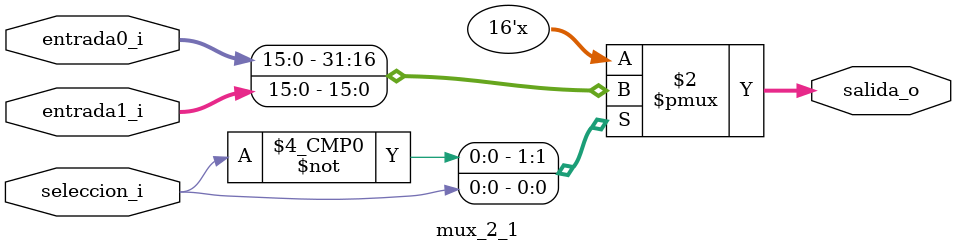
<source format=sv>
`timescale 1ns / 1ps

module mux_2_1 #(
    parameter int ANCHO = 16
)(
    input  logic             seleccion_i,
    input  logic [ANCHO-1:0] entrada0_i,
    input  logic [ANCHO-1:0] entrada1_i,  
    output logic [ANCHO-1:0] salida_o
    );
    
    always_comb begin 
        case (seleccion_i)
            0: salida_o = entrada0_i;
            1: salida_o = entrada1_i; //.
        endcase
    end
endmodule

</source>
